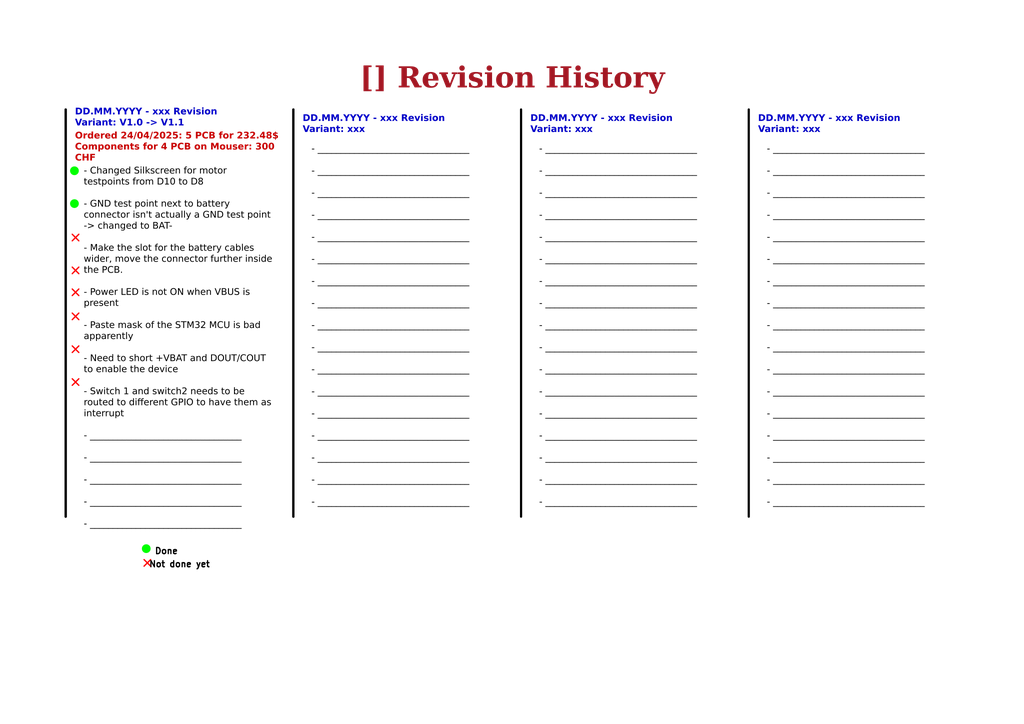
<source format=kicad_sch>
(kicad_sch
	(version 20250114)
	(generator "eeschema")
	(generator_version "9.0")
	(uuid "ea8c4f5e-7a49-4faf-a994-dbc85ed86b0a")
	(paper "A4")
	(title_block
		(title "Revision History")
		(date "2025-04-24")
		(rev "${REVISION}")
		(company "${COMPANY}")
	)
	(lib_symbols)
	(circle
		(center 42.418 159.131)
		(radius 1.27)
		(stroke
			(width -0.0001)
			(type solid)
		)
		(fill
			(type color)
			(color 0 255 0 1)
		)
		(uuid 2738453d-4095-467b-8b33-2e3fdecc6b52)
	)
	(circle
		(center 21.59 59.055)
		(radius 1.27)
		(stroke
			(width -0.0001)
			(type solid)
		)
		(fill
			(type color)
			(color 0 255 0 1)
		)
		(uuid 39aafa62-fb3b-4fd4-9cb1-905b956c0cfb)
	)
	(circle
		(center 21.59 49.53)
		(radius 1.27)
		(stroke
			(width -0.0001)
			(type solid)
		)
		(fill
			(type color)
			(color 0 255 0 1)
		)
		(uuid 5097ba73-ebe6-4c95-9a51-61d585b61c63)
	)
	(text "Done"
		(exclude_from_sim no)
		(at 48.26 160.02 0)
		(effects
			(font
				(size 1.778 1.778)
				(thickness 0.3556)
				(bold yes)
				(color 0 0 0 1)
			)
		)
		(uuid "abba4a09-20a6-4e21-9345-140edc9a12c5")
	)
	(text "Not done yet"
		(exclude_from_sim no)
		(at 52.07 163.83 0)
		(effects
			(font
				(size 1.778 1.778)
				(thickness 0.3556)
				(bold yes)
				(color 0 0 0 1)
			)
		)
		(uuid "cb908854-c7e1-42df-8600-226560051945")
	)
	(text_box "- _________________________________\n\n- _________________________________\n\n- _________________________________\n\n- _________________________________\n\n- _________________________________\n\n- _________________________________\n\n- _________________________________\n\n- _________________________________\n\n- _________________________________\n\n- _________________________________\n\n- _________________________________\n\n- _________________________________\n\n- _________________________________\n\n- _________________________________\n\n- _________________________________\n\n- _________________________________\n\n- _________________________________"
		(exclude_from_sim no)
		(at 220.98 40.64 0)
		(size 58.42 115.57)
		(margins 1.4287 1.4287 1.4287 1.4287)
		(stroke
			(width -0.0001)
			(type default)
		)
		(fill
			(type none)
		)
		(effects
			(font
				(face "Arial")
				(size 1.905 1.905)
				(color 0 0 0 1)
			)
			(justify left top)
		)
		(uuid "0c062e2b-2be1-4307-b752-045c211787f4")
	)
	(text_box "DD.MM.YYYY - xxx Revision\nVariant: xxx"
		(exclude_from_sim no)
		(at 86.36 31.75 0)
		(size 57.15 7.62)
		(margins 1.4287 1.4287 1.4287 1.4287)
		(stroke
			(width -0.0001)
			(type default)
		)
		(fill
			(type none)
		)
		(effects
			(font
				(face "Arial")
				(size 1.905 1.905)
				(thickness 0.254)
				(bold yes)
			)
			(justify left top)
		)
		(uuid "14f2d7b6-dcd6-4c43-91a3-c7a76690654c")
	)
	(text_box "[${#}] ${TITLE}"
		(exclude_from_sim no)
		(at 80.01 16.51 0)
		(size 137.16 12.7)
		(margins 4.4999 4.4999 4.4999 4.4999)
		(stroke
			(width -0.0001)
			(type default)
		)
		(fill
			(type none)
		)
		(effects
			(font
				(face "Times New Roman")
				(size 6 6)
				(thickness 1.2)
				(bold yes)
				(color 162 22 34 1)
			)
		)
		(uuid "20a0a094-ac98-46df-bdac-21d5721f7697")
	)
	(text_box "DD.MM.YYYY - xxx Revision\nVariant: xxx"
		(exclude_from_sim no)
		(at 152.4 31.75 0)
		(size 57.15 7.62)
		(margins 1.4287 1.4287 1.4287 1.4287)
		(stroke
			(width -0.0001)
			(type default)
		)
		(fill
			(type none)
		)
		(effects
			(font
				(face "Arial")
				(size 1.905 1.905)
				(thickness 0.254)
				(bold yes)
			)
			(justify left top)
		)
		(uuid "61447e65-3862-4ca7-a61e-5d8506cb38bb")
	)
	(text_box "- Changed Silkscreen for motor testpoints from D10 to D8\n\n- GND test point next to battery connector isn't actually a GND test point -> changed to BAT-\n\n- Make the slot for the battery cables wider, move the connector further inside the PCB.\n\n- Power LED is not ON when VBUS is present\n\n- Paste mask of the STM32 MCU is bad apparently\n\n- Need to short +VBAT and DOUT/COUT to enable the device\n\n- Switch 1 and switch2 needs to be routed to different GPIO to have them as interrupt\n\n- _________________________________\n\n- _________________________________\n\n- _________________________________\n\n- _________________________________\n\n- _________________________________"
		(exclude_from_sim no)
		(at 22.86 46.99 0)
		(size 58.42 115.57)
		(margins 1.4287 1.4287 1.4287 1.4287)
		(stroke
			(width -0.0001)
			(type solid)
		)
		(fill
			(type none)
		)
		(effects
			(font
				(face "Arial")
				(size 1.905 1.905)
				(color 0 0 0 1)
			)
			(justify left top)
		)
		(uuid "7cea8527-91c8-47c3-a860-064e128bcffe")
	)
	(text_box "- _________________________________\n\n- _________________________________\n\n- _________________________________\n\n- _________________________________\n\n- _________________________________\n\n- _________________________________\n\n- _________________________________\n\n- _________________________________\n\n- _________________________________\n\n- _________________________________\n\n- _________________________________\n\n- _________________________________\n\n- _________________________________\n\n- _________________________________\n\n- _________________________________\n\n- _________________________________\n\n- _________________________________"
		(exclude_from_sim no)
		(at 154.94 40.64 0)
		(size 58.42 115.57)
		(margins 1.4287 1.4287 1.4287 1.4287)
		(stroke
			(width -0.0001)
			(type default)
		)
		(fill
			(type none)
		)
		(effects
			(font
				(face "Arial")
				(size 1.905 1.905)
				(color 0 0 0 1)
			)
			(justify left top)
		)
		(uuid "8ad0acb7-8a2e-40a2-87c7-888a93359ccd")
	)
	(text_box "DD.MM.YYYY - xxx Revision\nVariant: V1.0 -> V1.1"
		(exclude_from_sim no)
		(at 20.32 29.845 0)
		(size 57.15 7.62)
		(margins 1.4287 1.4287 1.4287 1.4287)
		(stroke
			(width -0.0001)
			(type solid)
		)
		(fill
			(type none)
		)
		(effects
			(font
				(face "Arial")
				(size 1.905 1.905)
				(thickness 0.254)
				(bold yes)
			)
			(justify left top)
		)
		(uuid "922c5813-4880-4ddf-ba01-939f72022a9d")
	)
	(text_box "- _________________________________\n\n- _________________________________\n\n- _________________________________\n\n- _________________________________\n\n- _________________________________\n\n- _________________________________\n\n- _________________________________\n\n- _________________________________\n\n- _________________________________\n\n- _________________________________\n\n- _________________________________\n\n- _________________________________\n\n- _________________________________\n\n- _________________________________\n\n- _________________________________\n\n- _________________________________\n\n- _________________________________"
		(exclude_from_sim no)
		(at 88.9 40.64 0)
		(size 58.42 115.57)
		(margins 1.4287 1.4287 1.4287 1.4287)
		(stroke
			(width -0.0001)
			(type default)
		)
		(fill
			(type none)
		)
		(effects
			(font
				(face "Arial")
				(size 1.905 1.905)
				(color 0 0 0 1)
			)
			(justify left top)
		)
		(uuid "cd63b456-8f62-4290-9191-6ad427c40f65")
	)
	(text_box "DD.MM.YYYY - xxx Revision\nVariant: xxx"
		(exclude_from_sim no)
		(at 218.44 31.75 0)
		(size 57.15 7.62)
		(margins 1.4287 1.4287 1.4287 1.4287)
		(stroke
			(width -0.0001)
			(type default)
		)
		(fill
			(type none)
		)
		(effects
			(font
				(face "Arial")
				(size 1.905 1.905)
				(thickness 0.254)
				(bold yes)
			)
			(justify left top)
		)
		(uuid "f47af890-f55a-44bf-b54f-b7df3adde008")
	)
	(text_box "Ordered 24/04/2025: 5 PCB for 232.48$\nComponents for 4 PCB on Mouser: 300 CHF"
		(exclude_from_sim no)
		(at 20.32 36.83 0)
		(size 62.23 7.62)
		(margins 1.4287 1.4287 1.4287 1.4287)
		(stroke
			(width -0.0001)
			(type solid)
		)
		(fill
			(type none)
		)
		(effects
			(font
				(face "Arial")
				(size 1.905 1.905)
				(thickness 0.254)
				(bold yes)
				(color 194 0 0 1)
			)
			(justify left top)
		)
		(uuid "f692451c-0bb1-41b8-831b-05dbe698412a")
	)
	(polyline
		(pts
			(xy 22.86 111.76) (xy 20.955 109.855)
		)
		(stroke
			(width 0.381)
			(type solid)
			(color 255 0 0 1)
		)
		(uuid "219e9aae-5fa0-4f2d-8d57-6d9585e7d546")
	)
	(polyline
		(pts
			(xy 22.86 69.85) (xy 20.955 67.945)
		)
		(stroke
			(width 0.381)
			(type solid)
			(color 255 0 0 1)
		)
		(uuid "22eeb99b-16d4-4c1a-8195-24d4b9fc46cd")
	)
	(polyline
		(pts
			(xy 43.688 164.211) (xy 41.783 162.306)
		)
		(stroke
			(width 0.381)
			(type solid)
			(color 255 0 0 1)
		)
		(uuid "36adf4fa-9579-4355-ba80-3de2c9e07dce")
	)
	(polyline
		(pts
			(xy 22.86 102.235) (xy 20.955 100.33)
		)
		(stroke
			(width 0.381)
			(type solid)
			(color 255 0 0 1)
		)
		(uuid "45b2f5ca-4e91-4540-ad41-af3eb4b7d6d9")
	)
	(polyline
		(pts
			(xy 19.05 31.75) (xy 19.05 149.86)
		)
		(stroke
			(width 0.635)
			(type default)
			(color 0 0 0 1)
		)
		(uuid "4849fe72-6429-4f5b-a9e6-56656658a37b")
	)
	(polyline
		(pts
			(xy 85.09 31.75) (xy 85.09 149.86)
		)
		(stroke
			(width 0.635)
			(type default)
			(color 0 0 0 1)
		)
		(uuid "5f29c90a-4bd5-401c-a0f6-a99df09914f4")
	)
	(polyline
		(pts
			(xy 22.86 85.725) (xy 20.955 83.82)
		)
		(stroke
			(width 0.381)
			(type solid)
			(color 255 0 0 1)
		)
		(uuid "5f88252c-0fef-42c4-ae0e-8c6ad7d980f6")
	)
	(polyline
		(pts
			(xy 22.86 92.71) (xy 20.955 90.805)
		)
		(stroke
			(width 0.381)
			(type solid)
			(color 255 0 0 1)
		)
		(uuid "6245eaac-367f-4976-b0a3-d9595aa3da59")
	)
	(polyline
		(pts
			(xy 20.955 111.76) (xy 22.86 109.855)
		)
		(stroke
			(width 0.381)
			(type solid)
			(color 255 0 0 1)
		)
		(uuid "644bec5d-6169-4bc0-a665-b0c4f9b03c40")
	)
	(polyline
		(pts
			(xy 85.09 31.75) (xy 85.09 149.86)
		)
		(stroke
			(width 0.635)
			(type default)
			(color 0 0 0 1)
		)
		(uuid "74018a10-ab58-4dc2-b4e6-376117e1ffc0")
	)
	(polyline
		(pts
			(xy 20.955 79.375) (xy 22.86 77.47)
		)
		(stroke
			(width 0.381)
			(type solid)
			(color 255 0 0 1)
		)
		(uuid "75d3ce82-91f1-4cb1-b788-f637bb1c091e")
	)
	(polyline
		(pts
			(xy 41.783 164.211) (xy 43.688 162.306)
		)
		(stroke
			(width 0.381)
			(type solid)
			(color 255 0 0 1)
		)
		(uuid "76b5a0eb-0bc3-45e3-85bb-059de6b79228")
	)
	(polyline
		(pts
			(xy 151.13 31.75) (xy 151.13 149.86)
		)
		(stroke
			(width 0.635)
			(type default)
			(color 0 0 0 1)
		)
		(uuid "a6b610d4-f09b-4d6e-ac67-0bb3d0e09fbe")
	)
	(polyline
		(pts
			(xy 20.955 92.71) (xy 22.86 90.805)
		)
		(stroke
			(width 0.381)
			(type solid)
			(color 255 0 0 1)
		)
		(uuid "aabbfdfa-6c78-4d60-bc41-c56e2af7e409")
	)
	(polyline
		(pts
			(xy 19.05 31.75) (xy 19.05 149.86)
		)
		(stroke
			(width 0.635)
			(type default)
			(color 0 0 0 1)
		)
		(uuid "b271ef24-6836-4d14-b8f8-8568bc734aca")
	)
	(polyline
		(pts
			(xy 22.86 79.375) (xy 20.955 77.47)
		)
		(stroke
			(width 0.381)
			(type solid)
			(color 255 0 0 1)
		)
		(uuid "be1699b3-74fc-41c0-baa2-6dcf0fbd418d")
	)
	(polyline
		(pts
			(xy 20.955 102.235) (xy 22.86 100.33)
		)
		(stroke
			(width 0.381)
			(type solid)
			(color 255 0 0 1)
		)
		(uuid "cb36bde7-bbb1-4e84-8109-8ce708c07291")
	)
	(polyline
		(pts
			(xy 20.955 85.725) (xy 22.86 83.82)
		)
		(stroke
			(width 0.381)
			(type solid)
			(color 255 0 0 1)
		)
		(uuid "d26a8cf0-9a29-4c3b-a88e-e727e723408e")
	)
	(polyline
		(pts
			(xy 20.955 69.85) (xy 22.86 67.945)
		)
		(stroke
			(width 0.381)
			(type solid)
			(color 255 0 0 1)
		)
		(uuid "d9530434-17c9-4bdd-8d94-75627877431f")
	)
	(polyline
		(pts
			(xy 217.17 31.75) (xy 217.17 149.86)
		)
		(stroke
			(width 0.635)
			(type default)
			(color 0 0 0 1)
		)
		(uuid "fe21cbb6-f53c-41a1-bc1c-520e82f71f78")
	)
)

</source>
